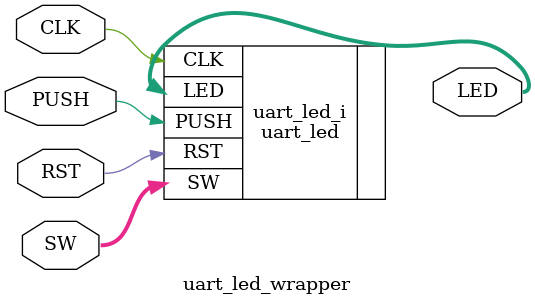
<source format=v>
`timescale 1 ps / 1 ps

module uart_led_wrapper
   (CLK,
    LED,
    PUSH,
    RST,
    SW);
  input CLK;
  output [7:0]LED;
  input PUSH;
  input RST;
  input [7:0]SW;

  wire CLK;
  wire [7:0]LED;
  wire PUSH;
  wire RST;
  wire [7:0]SW;

  uart_led uart_led_i
       (.CLK(CLK),
        .LED(LED),
        .PUSH(PUSH),
        .RST(RST),
        .SW(SW));
endmodule

</source>
